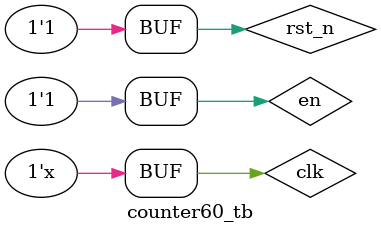
<source format=v>
`timescale 1ns / 1ps



`timescale 1ns/1ps
module counter60_tb;
 
reg clk, rst_n, en;
wire[7:0] dout;
wire co;
 

always
begin
	#1 clk = ~clk;
end
 

initial
begin
	clk = 1'b0;
	rst_n = 1'b1;
	en = 1'b0;
	#2 rst_n = 1'b0;
	#2 rst_n = 1'b1; en = 1'b1;    

 
end
 
counter60 u5(.clk(clk), .rst_n(rst_n), .en(en), .dout(dout), .co(co));
 
endmodule
 
 
 

</source>
